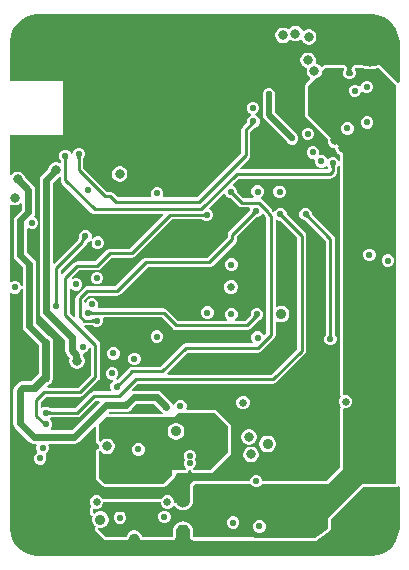
<source format=gbr>
%TF.GenerationSoftware,Altium Limited,Altium Designer,23.9.2 (47)*%
G04 Layer_Physical_Order=4*
G04 Layer_Color=6736896*
%FSLAX45Y45*%
%MOMM*%
%TF.SameCoordinates,C6D65D71-24B2-464F-8DE7-77A712877E08*%
%TF.FilePolarity,Positive*%
%TF.FileFunction,Copper,L4,Inr,Signal*%
%TF.Part,Single*%
G01*
G75*
%TA.AperFunction,Conductor*%
%ADD42C,0.62000*%
%ADD44C,0.50000*%
%ADD45C,0.45000*%
%ADD50C,0.70000*%
%ADD52C,0.25400*%
%ADD53C,0.60000*%
%TA.AperFunction,ComponentPad*%
%ADD56C,4.00000*%
%ADD57O,1.15800X2.31600*%
%ADD58O,1.20000X2.40000*%
%ADD59C,0.60000*%
%ADD60C,0.63000*%
%TA.AperFunction,ViaPad*%
%ADD61C,0.55000*%
%ADD62C,0.80000*%
%ADD63C,0.50000*%
%ADD64C,0.90000*%
%ADD65C,0.65000*%
%ADD66C,0.75000*%
G36*
X3195089Y4707739D02*
X3241314Y4688592D01*
X3282916Y4660795D01*
X3318295Y4625416D01*
X3346092Y4583814D01*
X3365239Y4537589D01*
X3375000Y4488517D01*
Y4463500D01*
Y4135557D01*
X3362300Y4130296D01*
X3216681Y4275916D01*
X3208279Y4281530D01*
X3198368Y4283501D01*
X3195192D01*
X3185282Y4281530D01*
X3183194Y4280665D01*
X3144650Y4272998D01*
X3105351D01*
X3066807Y4280665D01*
X3064719Y4281530D01*
X3054808Y4283501D01*
X2999142D01*
X2989231Y4281530D01*
X2980829Y4275916D01*
X2975215Y4267514D01*
X2975215Y4267513D01*
X2970356Y4255781D01*
X2970355Y4255781D01*
X2968384Y4245871D01*
X2970355Y4235960D01*
X2973507Y4231242D01*
X2978482Y4219231D01*
Y4208489D01*
X2974371Y4198564D01*
X2966776Y4190969D01*
X2956851Y4186858D01*
X2946109D01*
X2936184Y4190969D01*
X2928589Y4198564D01*
X2924478Y4208489D01*
Y4219231D01*
X2929453Y4231243D01*
X2932605Y4235960D01*
X2934576Y4245870D01*
X2932605Y4255781D01*
X2927745Y4267513D01*
X2927745Y4267514D01*
X2922131Y4275916D01*
X2913729Y4281530D01*
X2903818Y4283501D01*
X2748368D01*
X2738458Y4281530D01*
X2730056Y4275916D01*
X2721075Y4266935D01*
X2708483Y4268592D01*
X2706633Y4271797D01*
X2694457Y4283973D01*
X2679544Y4292583D01*
X2673267Y4294265D01*
X2662986Y4297496D01*
X2664875Y4308926D01*
X2666360Y4314470D01*
Y4331690D01*
X2661903Y4348324D01*
X2653293Y4363237D01*
X2641117Y4375413D01*
X2626204Y4384023D01*
X2609570Y4388480D01*
X2592350D01*
X2575716Y4384023D01*
X2560803Y4375413D01*
X2548627Y4363237D01*
X2540017Y4348324D01*
X2535560Y4331690D01*
Y4314470D01*
X2540017Y4297836D01*
X2548627Y4282923D01*
X2560803Y4270747D01*
X2575716Y4262137D01*
X2581993Y4260455D01*
X2592274Y4257224D01*
X2590385Y4245794D01*
X2588900Y4240250D01*
Y4223030D01*
X2593357Y4206396D01*
X2601967Y4191483D01*
X2614143Y4179307D01*
X2617348Y4177457D01*
X2619005Y4164865D01*
X2580056Y4125916D01*
X2574442Y4117514D01*
X2572471Y4107603D01*
Y3857604D01*
X2574442Y3847693D01*
X2580056Y3839291D01*
X2766700Y3652647D01*
Y3636290D01*
X2771157Y3619656D01*
X2779767Y3604743D01*
X2791943Y3592567D01*
X2806856Y3583957D01*
X2823490Y3579500D01*
X2832067D01*
Y3569679D01*
X2836524Y3553045D01*
X2845134Y3538132D01*
X2857310Y3525956D01*
X2872223Y3517346D01*
X2872471Y3517280D01*
Y3473371D01*
X2859771Y3470844D01*
X2854983Y3482403D01*
X2840102Y3497284D01*
X2820659Y3505337D01*
X2799614D01*
X2780171Y3497284D01*
X2773672Y3490784D01*
X2758691Y3493763D01*
X2757539Y3496543D01*
X2742658Y3511424D01*
X2723216Y3519478D01*
X2702171D01*
X2693134Y3529481D01*
X2694500Y3532778D01*
Y3553822D01*
X2686446Y3573265D01*
X2671565Y3588146D01*
X2652122Y3596200D01*
X2631078D01*
X2611635Y3588146D01*
X2596754Y3573265D01*
X2588700Y3553822D01*
Y3532778D01*
X2596754Y3513335D01*
X2611635Y3498454D01*
X2631078Y3490400D01*
X2652122D01*
X2661159Y3480397D01*
X2659793Y3477100D01*
Y3456055D01*
X2667847Y3436612D01*
X2682728Y3421732D01*
X2702171Y3413678D01*
X2723216D01*
X2742658Y3421732D01*
X2749158Y3428231D01*
X2764139Y3425252D01*
X2765291Y3422472D01*
X2770730Y3417033D01*
X2771003Y3416579D01*
X2771114Y3416338D01*
X2771132Y3416269D01*
X2771194Y3415945D01*
X2771290Y3414982D01*
Y3399587D01*
X2025858D01*
X2020997Y3411320D01*
X2100549Y3490871D01*
X2108969Y3503474D01*
X2111926Y3518340D01*
Y3717530D01*
X2146600Y3752203D01*
X2148175Y3753470D01*
X2148342D01*
X2167785Y3761523D01*
X2182666Y3776404D01*
X2190719Y3795847D01*
Y3816892D01*
X2182666Y3836335D01*
X2167785Y3851216D01*
X2154314Y3856795D01*
Y3870542D01*
X2163565Y3874374D01*
X2178446Y3889255D01*
X2186500Y3908698D01*
Y3929742D01*
X2178446Y3949185D01*
X2163565Y3964066D01*
X2144122Y3972120D01*
X2123078D01*
X2103635Y3964066D01*
X2088754Y3949185D01*
X2080700Y3929742D01*
Y3908698D01*
X2088754Y3889255D01*
X2103635Y3874374D01*
X2117105Y3868794D01*
Y3855048D01*
X2107854Y3851216D01*
X2092973Y3836335D01*
X2084920Y3816892D01*
Y3800397D01*
X2045611Y3761089D01*
X2037190Y3748486D01*
X2034233Y3733620D01*
Y3534431D01*
X1662849Y3163047D01*
X1379990D01*
X1371504Y3175747D01*
X1375240Y3184766D01*
Y3205811D01*
X1367186Y3225254D01*
X1352305Y3240135D01*
X1332862Y3248189D01*
X1311818D01*
X1292375Y3240135D01*
X1277494Y3225254D01*
X1269440Y3205811D01*
Y3184766D01*
X1273176Y3175747D01*
X1264690Y3163047D01*
X988911D01*
X952029Y3199929D01*
X939426Y3208349D01*
X924560Y3211307D01*
X900011D01*
X699247Y3412071D01*
Y3493544D01*
X699272Y3493742D01*
X699405Y3494432D01*
X699423Y3494500D01*
X699534Y3494742D01*
X699807Y3495196D01*
X705246Y3500635D01*
X713300Y3520078D01*
Y3541122D01*
X705246Y3560565D01*
X690365Y3575446D01*
X670922Y3583500D01*
X649878D01*
X630435Y3575446D01*
X615554Y3560565D01*
X607500Y3541122D01*
Y3536008D01*
X594800Y3533481D01*
X590946Y3542785D01*
X576065Y3557666D01*
X556622Y3565720D01*
X535578D01*
X516135Y3557666D01*
X501254Y3542785D01*
X493200Y3523342D01*
Y3502298D01*
X501254Y3482855D01*
X506693Y3477416D01*
X506966Y3476962D01*
X507077Y3476720D01*
X507095Y3476652D01*
X507157Y3476328D01*
X507253Y3475364D01*
Y3462174D01*
X496255Y3455824D01*
X493243Y3457563D01*
X476610Y3462020D01*
X459390D01*
X442756Y3457563D01*
X427843Y3448953D01*
X415667Y3436776D01*
X407057Y3421863D01*
X402768Y3405858D01*
X346139Y3349229D01*
X333894Y3330904D01*
X329594Y3309288D01*
X329595Y3309286D01*
Y2192021D01*
X329594Y2192020D01*
X333894Y2170404D01*
X346139Y2152079D01*
X542955Y1955263D01*
Y1869442D01*
X542954Y1869440D01*
X547254Y1847824D01*
X559499Y1829499D01*
X582308Y1806690D01*
Y1804336D01*
X581677Y1803244D01*
X577220Y1786610D01*
Y1769390D01*
X581677Y1752756D01*
X590287Y1737843D01*
X602463Y1725667D01*
X617376Y1717057D01*
X634010Y1712600D01*
X651230D01*
X667864Y1717057D01*
X682777Y1725667D01*
X694953Y1737843D01*
X703563Y1752756D01*
X708020Y1769390D01*
Y1786610D01*
X703563Y1803244D01*
X695279Y1817593D01*
Y1830086D01*
X695279Y1830087D01*
X694954Y1831719D01*
X703011Y1841537D01*
X703014D01*
X722457Y1849590D01*
X737337Y1864471D01*
X745391Y1883914D01*
Y1885120D01*
X758091Y1891908D01*
X761253Y1889795D01*
Y1659471D01*
X654469Y1552687D01*
X398094D01*
X393234Y1564420D01*
X407446Y1578632D01*
X416630Y1582436D01*
X434324Y1600130D01*
X443900Y1623248D01*
Y1648272D01*
X442583Y1651451D01*
Y1933554D01*
X437895Y1957121D01*
X424546Y1977100D01*
X407164Y1988715D01*
X298805Y2097074D01*
Y2595880D01*
X294428Y2617886D01*
X281962Y2636542D01*
X222605Y2695899D01*
Y2895990D01*
X235305Y2900911D01*
X252994Y2893584D01*
X274039D01*
X293482Y2901638D01*
X308362Y2916518D01*
X316416Y2935961D01*
Y2957006D01*
X308362Y2976449D01*
X293482Y2991330D01*
X286008Y2994426D01*
X282321Y3006579D01*
X286808Y3013294D01*
X291185Y3035300D01*
Y3223260D01*
X286808Y3245266D01*
X274342Y3263922D01*
X204963Y3333301D01*
X203183Y3339944D01*
X194573Y3354857D01*
X182397Y3367033D01*
X167484Y3375643D01*
X150850Y3380100D01*
X133630D01*
X116996Y3375643D01*
X102083Y3367033D01*
X89907Y3354857D01*
X87700Y3351035D01*
X75000Y3354438D01*
Y3690000D01*
X527500D01*
Y4145000D01*
X75000D01*
Y4463500D01*
X75000Y4488517D01*
X84761Y4537589D01*
X103907Y4583814D01*
X131704Y4625416D01*
X167083Y4660795D01*
X208685Y4688592D01*
X254910Y4707739D01*
X303983Y4717500D01*
X329000Y4717500D01*
X3121000Y4717500D01*
X3146017D01*
X3195089Y4707739D01*
D02*
G37*
G36*
X3348368Y4107604D02*
Y736600D01*
X3055620D01*
X2767336Y448315D01*
Y358029D01*
X2657691Y279482D01*
X1628137Y282942D01*
Y332500D01*
X1625202Y354794D01*
X1616597Y375569D01*
X1602908Y393408D01*
X1585069Y407097D01*
X1564294Y415702D01*
X1542000Y418637D01*
X1519706Y415702D01*
X1498932Y407097D01*
X1481092Y393408D01*
X1467404Y375569D01*
X1458798Y354794D01*
X1455863Y332500D01*
Y292516D01*
X1446868Y283551D01*
X1199807Y284381D01*
X1195902Y298953D01*
X1186634Y315007D01*
X1173527Y328114D01*
X1157473Y337382D01*
X1139568Y342180D01*
X1121032D01*
X1103127Y337382D01*
X1087073Y328114D01*
X1073966Y315007D01*
X1064698Y298953D01*
X1060918Y284848D01*
X888051Y285429D01*
X819675Y353804D01*
X826249Y365191D01*
X833525Y363241D01*
X852062D01*
X869967Y368039D01*
X886020Y377307D01*
X899127Y390415D01*
X908396Y406468D01*
X913193Y424373D01*
Y442910D01*
X908396Y460815D01*
X899127Y476868D01*
X886020Y489975D01*
X869967Y499244D01*
X852062Y504041D01*
X833525D01*
X815620Y499244D01*
X799567Y489975D01*
X795020Y485428D01*
X782320Y490689D01*
Y520948D01*
X792880Y528004D01*
X798682Y525600D01*
X821318D01*
X842231Y534263D01*
X858238Y550269D01*
X866900Y571182D01*
Y581660D01*
X1353100D01*
Y571182D01*
X1361763Y550269D01*
X1377769Y534263D01*
X1398682Y525600D01*
X1421318D01*
X1442231Y534263D01*
X1458238Y550269D01*
X1458326Y550482D01*
X1472318Y551076D01*
X1482590Y537690D01*
X1499991Y524338D01*
X1520255Y515944D01*
X1542000Y513082D01*
X1563746Y515944D01*
X1584010Y524338D01*
X1601411Y537690D01*
X1614763Y555091D01*
X1623156Y575355D01*
X1626019Y597100D01*
Y712900D01*
X1625235Y718855D01*
X1640840Y735599D01*
X2114165D01*
X2116694Y729495D01*
X2131575Y714614D01*
X2151018Y706560D01*
X2172062D01*
X2191505Y714614D01*
X2206386Y729495D01*
X2208915Y735599D01*
X2767336D01*
X2898368Y866632D01*
Y1369570D01*
X2906992Y1375333D01*
X2930026D01*
X2951307Y1384147D01*
X2967594Y1400435D01*
X2976409Y1421715D01*
Y1444750D01*
X2967594Y1466030D01*
X2951307Y1482318D01*
X2930026Y1491133D01*
X2906992D01*
X2898368Y1496895D01*
Y3557604D01*
X2598368Y3857604D01*
Y4107603D01*
X2657005Y4166240D01*
X2662910D01*
X2679544Y4170697D01*
X2694457Y4179307D01*
X2706633Y4191483D01*
X2715243Y4206396D01*
X2719700Y4223030D01*
Y4228935D01*
X2748368Y4257604D01*
X2903818D01*
X2908679Y4245870D01*
X2906634Y4243825D01*
X2898580Y4224382D01*
Y4203338D01*
X2906634Y4183895D01*
X2921515Y4169014D01*
X2940958Y4160960D01*
X2962002D01*
X2981445Y4169014D01*
X2996326Y4183895D01*
X3004380Y4203338D01*
Y4224382D01*
X2996326Y4243825D01*
X2994281Y4245870D01*
X2999142Y4257604D01*
X3054808D01*
X3059254Y4255762D01*
X3102801Y4247100D01*
X3147200D01*
X3190747Y4255762D01*
X3195192Y4257604D01*
X3198368D01*
X3348368Y4107604D01*
D02*
G37*
G36*
X2143214Y3779404D02*
X2141591Y3778995D01*
X2139916Y3778406D01*
X2138190Y3777638D01*
X2136412Y3776691D01*
X2134582Y3775565D01*
X2132702Y3774259D01*
X2128785Y3771110D01*
X2126750Y3769266D01*
X2124663Y3767243D01*
X2102379Y3780879D01*
X2104368Y3782978D01*
X2106106Y3785045D01*
X2107592Y3787081D01*
X2108828Y3789084D01*
X2109812Y3791055D01*
X2110546Y3792995D01*
X2111028Y3794904D01*
X2111259Y3796780D01*
X2111238Y3798624D01*
X2110967Y3800437D01*
X2143214Y3779404D01*
D02*
G37*
G36*
X678406Y3509593D02*
X677292Y3508056D01*
X676310Y3506352D01*
X675458Y3504479D01*
X674738Y3502438D01*
X674148Y3500228D01*
X673690Y3497851D01*
X673362Y3495305D01*
X673166Y3492591D01*
X673100Y3489708D01*
X647700D01*
X647634Y3492591D01*
X647110Y3497851D01*
X646652Y3500228D01*
X646062Y3502438D01*
X645342Y3504479D01*
X644490Y3506352D01*
X643508Y3508056D01*
X642394Y3509593D01*
X641150Y3510961D01*
X679650D01*
X678406Y3509593D01*
D02*
G37*
G36*
X564106Y3491813D02*
X562992Y3490276D01*
X562010Y3488572D01*
X561158Y3486699D01*
X560438Y3484658D01*
X559848Y3482448D01*
X559390Y3480071D01*
X559062Y3477525D01*
X558866Y3474811D01*
X558800Y3471928D01*
X533400D01*
X533334Y3474811D01*
X532810Y3480071D01*
X532352Y3482448D01*
X531762Y3484658D01*
X531042Y3486699D01*
X530190Y3488572D01*
X529208Y3490276D01*
X528094Y3491813D01*
X526850Y3493181D01*
X565350D01*
X564106Y3491813D01*
D02*
G37*
G36*
X2828142Y3431430D02*
X2827029Y3429894D01*
X2826046Y3428189D01*
X2825195Y3426316D01*
X2824474Y3424275D01*
X2823885Y3422066D01*
X2823426Y3419688D01*
X2823099Y3417142D01*
X2822902Y3414428D01*
X2822837Y3411546D01*
X2797437D01*
X2797371Y3414428D01*
X2796847Y3419688D01*
X2796389Y3422066D01*
X2795799Y3424275D01*
X2795079Y3426316D01*
X2794227Y3428189D01*
X2793245Y3429894D01*
X2792131Y3431430D01*
X2790887Y3432799D01*
X2829387D01*
X2828142Y3431430D01*
D02*
G37*
G36*
X1975766Y3205898D02*
X1976065Y3204024D01*
X1976576Y3202124D01*
X1977298Y3200197D01*
X1978232Y3198245D01*
X1979377Y3196265D01*
X1980734Y3194260D01*
X1982303Y3192228D01*
X1984083Y3190170D01*
X1986075Y3188086D01*
X1968114Y3170125D01*
X1966030Y3172117D01*
X1961940Y3175466D01*
X1959935Y3176823D01*
X1957955Y3177968D01*
X1956003Y3178902D01*
X1954076Y3179624D01*
X1952176Y3180135D01*
X1950302Y3180434D01*
X1948455Y3180521D01*
X1975679Y3207745D01*
X1975766Y3205898D01*
D02*
G37*
G36*
X176175Y3106105D02*
Y3059119D01*
X124438Y3007382D01*
X111972Y2988726D01*
X107595Y2966720D01*
Y2672080D01*
X111972Y2650074D01*
X124438Y2631418D01*
X183795Y2572061D01*
Y2416209D01*
X171095Y2413682D01*
X164226Y2430265D01*
X149345Y2445146D01*
X129902Y2453200D01*
X108858D01*
X89415Y2445146D01*
X86734Y2442465D01*
X75000Y2447326D01*
Y3095200D01*
X87700Y3102533D01*
X94136Y3098817D01*
X110770Y3094360D01*
X127990D01*
X144624Y3098817D01*
X159537Y3107427D01*
X163475Y3111366D01*
X176175Y3106105D01*
D02*
G37*
G36*
X2160545Y3019346D02*
X2158697Y3019258D01*
X2156824Y3018959D01*
X2154924Y3018449D01*
X2152997Y3017726D01*
X2151044Y3016793D01*
X2149065Y3015647D01*
X2147060Y3014290D01*
X2145028Y3012721D01*
X2142970Y3010941D01*
X2140885Y3008949D01*
X2122925Y3026910D01*
X2124917Y3028994D01*
X2128265Y3033084D01*
X2129623Y3035090D01*
X2130768Y3037069D01*
X2131702Y3039022D01*
X2132424Y3040948D01*
X2132935Y3042848D01*
X2133234Y3044722D01*
X2133321Y3046569D01*
X2160545Y3019346D01*
D02*
G37*
G36*
X2394866Y3015398D02*
X2395165Y3013524D01*
X2395676Y3011624D01*
X2396398Y3009697D01*
X2397332Y3007745D01*
X2398477Y3005765D01*
X2399834Y3003760D01*
X2401403Y3001728D01*
X2403183Y2999670D01*
X2405175Y2997586D01*
X2387214Y2979625D01*
X2385130Y2981617D01*
X2381040Y2984966D01*
X2379035Y2986323D01*
X2377055Y2987468D01*
X2375103Y2988402D01*
X2373176Y2989124D01*
X2371276Y2989635D01*
X2369402Y2989934D01*
X2367555Y2990021D01*
X2394779Y3017245D01*
X2394866Y3015398D01*
D02*
G37*
G36*
X1898151Y3190566D02*
X1903334Y3178055D01*
X1918215Y3163174D01*
X1937658Y3155120D01*
X1945351D01*
X1945858Y3154994D01*
X1946113Y3154900D01*
X1946175Y3154864D01*
X1946446Y3154680D01*
X1947197Y3154066D01*
X2010287Y3090976D01*
X2022890Y3082555D01*
X2037756Y3079598D01*
X2103382D01*
X2111868Y3066898D01*
X2107920Y3057367D01*
Y3049673D01*
X2107794Y3049166D01*
X2107700Y3048911D01*
X2107664Y3048849D01*
X2107480Y3048578D01*
X2106865Y3047827D01*
X1932759Y2873721D01*
X1924339Y2861118D01*
X1921381Y2846252D01*
Y2822139D01*
X1749209Y2649967D01*
X1226820D01*
X1211954Y2647009D01*
X1199351Y2638589D01*
X969429Y2408667D01*
X730188D01*
X715322Y2405709D01*
X702719Y2397289D01*
X640991Y2335561D01*
X632570Y2322958D01*
X629613Y2308092D01*
Y2158544D01*
X626542Y2156050D01*
X617582Y2152615D01*
X584947Y2185251D01*
Y2385321D01*
X597647Y2390582D01*
X607575Y2380654D01*
X627018Y2372600D01*
X648062D01*
X667505Y2380654D01*
X682386Y2395535D01*
X690440Y2414978D01*
Y2436023D01*
X682386Y2455465D01*
X667505Y2470346D01*
X648062Y2478400D01*
X627018D01*
X607575Y2470346D01*
X598918Y2479461D01*
X663791Y2544333D01*
X815340D01*
X830206Y2547291D01*
X842809Y2555711D01*
X938111Y2651013D01*
X1109785D01*
X1124651Y2653971D01*
X1137254Y2662391D01*
X1450996Y2976133D01*
X1706475D01*
X1712475Y2970134D01*
X1731918Y2962080D01*
X1752962D01*
X1772405Y2970134D01*
X1787286Y2985015D01*
X1795340Y3004458D01*
Y3025502D01*
X1787286Y3044945D01*
X1772405Y3059826D01*
X1766734Y3062175D01*
X1764256Y3074632D01*
X1883547Y3193922D01*
X1898151Y3190566D01*
D02*
G37*
G36*
X716529Y2804297D02*
X715690Y2804128D01*
X714699Y2803736D01*
X713556Y2803122D01*
X712261Y2802285D01*
X710814Y2801226D01*
X707464Y2798440D01*
X703505Y2794764D01*
X701298Y2792592D01*
X680318Y2807532D01*
X682198Y2809480D01*
X685251Y2813079D01*
X686424Y2814731D01*
X687362Y2816283D01*
X688065Y2817737D01*
X688533Y2819092D01*
X688765Y2820348D01*
X688762Y2821505D01*
X688523Y2822564D01*
X716529Y2804297D01*
D02*
G37*
G36*
X507253Y3331065D02*
Y3307080D01*
X510211Y3292214D01*
X518631Y3279611D01*
X765331Y3032911D01*
X777934Y3024491D01*
X792800Y3021533D01*
X1369928D01*
X1374788Y3009800D01*
X1093694Y2728707D01*
X922020D01*
X907154Y2725749D01*
X894551Y2717329D01*
X799249Y2622027D01*
X647700D01*
X632834Y2619069D01*
X620231Y2610649D01*
X521447Y2511864D01*
X510340Y2515345D01*
X508747Y2516555D01*
Y2547097D01*
X716767Y2755117D01*
X725188Y2767720D01*
X727612Y2779910D01*
X744420Y2786872D01*
X759300Y2801753D01*
X770454Y2796710D01*
X767520Y2788843D01*
X767520Y2785043D01*
Y2767798D01*
X775574Y2748355D01*
X790455Y2733474D01*
X809898Y2725421D01*
X830942D01*
X850385Y2733474D01*
X865266Y2748355D01*
X873320Y2767798D01*
Y2788843D01*
X865266Y2808286D01*
X850385Y2823167D01*
X830942Y2831220D01*
X809898D01*
X790455Y2823167D01*
X775574Y2808286D01*
X764421Y2813329D01*
X767355Y2821196D01*
X767354Y2824996D01*
Y2842241D01*
X759301Y2861684D01*
X744420Y2876565D01*
X724977Y2884618D01*
X703932D01*
X684489Y2876565D01*
X669608Y2861684D01*
X661555Y2842241D01*
Y2825610D01*
X660008Y2823294D01*
X659223Y2822555D01*
X658625Y2821225D01*
X653409Y2813418D01*
X650483Y2798708D01*
X454299Y2602524D01*
X442565Y2607384D01*
Y3285891D01*
X492025Y3335350D01*
X493243Y3335677D01*
X496255Y3337415D01*
X507253Y3331065D01*
D02*
G37*
G36*
X482666Y2280829D02*
X483190Y2275569D01*
X483648Y2273192D01*
X484238Y2270982D01*
X484958Y2268941D01*
X485810Y2267068D01*
X486792Y2265364D01*
X487906Y2263827D01*
X489150Y2262459D01*
X450650D01*
X451894Y2263827D01*
X453008Y2265364D01*
X453990Y2267068D01*
X454842Y2268941D01*
X455562Y2270982D01*
X456152Y2273192D01*
X456610Y2275569D01*
X456938Y2278115D01*
X457134Y2280829D01*
X457200Y2283712D01*
X482600D01*
X482666Y2280829D01*
D02*
G37*
G36*
X755067Y2202406D02*
X756604Y2201292D01*
X758308Y2200310D01*
X760181Y2199458D01*
X762222Y2198738D01*
X764432Y2198148D01*
X766809Y2197690D01*
X769355Y2197362D01*
X772069Y2197166D01*
X774952Y2197100D01*
Y2171700D01*
X772069Y2171634D01*
X766809Y2171110D01*
X764432Y2170652D01*
X762222Y2170062D01*
X760181Y2169342D01*
X758308Y2168490D01*
X756604Y2167508D01*
X755067Y2166394D01*
X753699Y2165150D01*
Y2203650D01*
X755067Y2202406D01*
D02*
G37*
G36*
X2172014Y2144734D02*
X2170391Y2144325D01*
X2168716Y2143737D01*
X2166990Y2142969D01*
X2165212Y2142022D01*
X2163383Y2140895D01*
X2161502Y2139589D01*
X2157586Y2136440D01*
X2155550Y2134596D01*
X2153464Y2132573D01*
X2131179Y2146210D01*
X2133168Y2148309D01*
X2134906Y2150376D01*
X2136393Y2152411D01*
X2137629Y2154414D01*
X2138613Y2156386D01*
X2139346Y2158326D01*
X2139828Y2160234D01*
X2140059Y2162110D01*
X2140039Y2163955D01*
X2139768Y2165767D01*
X2172014Y2144734D01*
D02*
G37*
G36*
X2356758Y2964620D02*
X2364451D01*
X2364958Y2964494D01*
X2365213Y2964400D01*
X2365275Y2964364D01*
X2365546Y2964180D01*
X2366297Y2963566D01*
X2506754Y2823109D01*
Y1880971D01*
X2287689Y1661907D01*
X1410937D01*
X1406077Y1673640D01*
X1581091Y1848653D01*
X2178886D01*
X2193752Y1851610D01*
X2206355Y1860031D01*
X2314748Y1968425D01*
X2323169Y1981028D01*
X2326126Y1995893D01*
Y2103714D01*
X2338826Y2111047D01*
X2343207Y2108518D01*
X2361112Y2103720D01*
X2379649D01*
X2397553Y2108518D01*
X2413607Y2117786D01*
X2426714Y2130893D01*
X2435982Y2146947D01*
X2440780Y2164852D01*
Y2183389D01*
X2435982Y2201294D01*
X2426714Y2217347D01*
X2413607Y2230454D01*
X2397553Y2239722D01*
X2379649Y2244520D01*
X2361112D01*
X2343207Y2239722D01*
X2338826Y2237194D01*
X2326126Y2244526D01*
Y2967268D01*
X2338826Y2972047D01*
X2356758Y2964620D01*
D02*
G37*
G36*
X791949Y2099550D02*
X790581Y2100794D01*
X789044Y2101908D01*
X787340Y2102890D01*
X785467Y2103742D01*
X783425Y2104462D01*
X781216Y2105052D01*
X778838Y2105510D01*
X776293Y2105838D01*
X773578Y2106034D01*
X770696Y2106100D01*
Y2131500D01*
X773578Y2131565D01*
X778838Y2132089D01*
X781216Y2132548D01*
X783425Y2133137D01*
X785467Y2133858D01*
X787340Y2134709D01*
X789044Y2135692D01*
X790581Y2136805D01*
X791949Y2138050D01*
Y2099550D01*
D02*
G37*
G36*
X2222457Y3023043D02*
X2223507Y3017766D01*
X2231927Y3005163D01*
X2248433Y2988657D01*
Y2011984D01*
X2234035Y1997585D01*
X2221578Y2000063D01*
X2219229Y2005734D01*
X2204348Y2020615D01*
X2184905Y2028669D01*
X2163861D01*
X2144418Y2020615D01*
X2129537Y2005734D01*
X2121483Y1986291D01*
Y1965247D01*
X2129537Y1945804D01*
X2136294Y1939046D01*
X2131033Y1926346D01*
X1565000D01*
X1550134Y1923389D01*
X1537531Y1914968D01*
X1350509Y1727947D01*
X1109980D01*
X1095114Y1724989D01*
X1082511Y1716569D01*
X982081Y1616138D01*
X979020Y1616555D01*
X975661Y1629830D01*
X987186Y1641355D01*
X995240Y1660798D01*
Y1681842D01*
X987186Y1701285D01*
X972305Y1716166D01*
X952862Y1724220D01*
X931818D01*
X912375Y1716166D01*
X897494Y1701285D01*
X889440Y1681842D01*
Y1660798D01*
X897494Y1641355D01*
X912375Y1626474D01*
X931818Y1618420D01*
X952862D01*
X955981Y1606687D01*
X950475Y1604406D01*
X935594Y1589525D01*
X927540Y1570082D01*
Y1549038D01*
X934445Y1532367D01*
X928928Y1519667D01*
X787400D01*
X772534Y1516709D01*
X759931Y1508289D01*
X629069Y1377427D01*
X418056D01*
X417858Y1377452D01*
X417168Y1377585D01*
X417100Y1377603D01*
X416858Y1377714D01*
X416404Y1377987D01*
X410965Y1383426D01*
X391522Y1391480D01*
X370478D01*
X351035Y1383426D01*
X350740Y1383131D01*
X339006Y1387992D01*
Y1429609D01*
X384391Y1474993D01*
X670560D01*
X685426Y1477951D01*
X698029Y1486371D01*
X827569Y1615911D01*
X835989Y1628514D01*
X838947Y1643380D01*
Y1915160D01*
X835989Y1930026D01*
X827569Y1942629D01*
X702275Y2067922D01*
X705710Y2076882D01*
X708205Y2079953D01*
X774532D01*
X774730Y2079928D01*
X775420Y2079795D01*
X775488Y2079777D01*
X775729Y2079666D01*
X776183Y2079393D01*
X781622Y2073954D01*
X801065Y2065900D01*
X822110D01*
X841553Y2073954D01*
X856434Y2088835D01*
X864487Y2108277D01*
Y2129322D01*
X862138Y2134994D01*
X869194Y2145553D01*
X1361076D01*
X1456378Y2050251D01*
X1468981Y2041831D01*
X1483847Y2038873D01*
X2080650D01*
X2095516Y2041831D01*
X2108118Y2050251D01*
X2175400Y2117533D01*
X2176976Y2118800D01*
X2177142D01*
X2196585Y2126854D01*
X2211466Y2141735D01*
X2219520Y2161178D01*
Y2182222D01*
X2211466Y2201665D01*
X2196585Y2216546D01*
X2177142Y2224600D01*
X2156098D01*
X2136655Y2216546D01*
X2121774Y2201665D01*
X2113720Y2182222D01*
Y2165727D01*
X2064559Y2116567D01*
X1986992D01*
X1986135Y2117964D01*
X1983098Y2129267D01*
X1995566Y2141735D01*
X2003620Y2161178D01*
Y2182222D01*
X1995566Y2201665D01*
X1980685Y2216546D01*
X1961242Y2224600D01*
X1940198D01*
X1920755Y2216546D01*
X1905874Y2201665D01*
X1897820Y2182222D01*
Y2161178D01*
X1905874Y2141735D01*
X1918342Y2129267D01*
X1915305Y2117964D01*
X1914448Y2116567D01*
X1499938D01*
X1404635Y2211869D01*
X1392033Y2220289D01*
X1377167Y2223247D01*
X828406D01*
X819919Y2235947D01*
X823809Y2245336D01*
Y2266381D01*
X815755Y2285824D01*
X800874Y2300705D01*
X781431Y2308758D01*
X760386D01*
X740943Y2300705D01*
X726063Y2285824D01*
X720006Y2271203D01*
X707306Y2273730D01*
Y2292002D01*
X746278Y2330973D01*
X985520D01*
X1000386Y2333931D01*
X1012989Y2342351D01*
X1242911Y2572273D01*
X1765300D01*
X1780166Y2575231D01*
X1792769Y2583651D01*
X1987697Y2778579D01*
X1996117Y2791182D01*
X1999074Y2806048D01*
Y2830162D01*
X2162086Y2993173D01*
X2162244Y2993295D01*
X2162825Y2993688D01*
X2162886Y2993724D01*
X2163142Y2993819D01*
X2163649Y2993944D01*
X2171342D01*
X2190785Y3001998D01*
X2205666Y3016879D01*
X2208015Y3022550D01*
X2220472Y3025028D01*
X2222457Y3023043D01*
D02*
G37*
G36*
X1018335Y1579494D02*
X1016343Y1577410D01*
X1012994Y1573320D01*
X1011637Y1571315D01*
X1010492Y1569335D01*
X1009558Y1567383D01*
X1008836Y1565456D01*
X1008325Y1563556D01*
X1008026Y1561682D01*
X1007939Y1559835D01*
X980715Y1587059D01*
X982562Y1587146D01*
X984436Y1587445D01*
X986336Y1587956D01*
X988263Y1588678D01*
X990215Y1589612D01*
X992195Y1590757D01*
X994200Y1592114D01*
X996232Y1593683D01*
X998290Y1595463D01*
X1000374Y1597455D01*
X1018335Y1579494D01*
D02*
G37*
G36*
X1348350Y1359619D02*
X1348731Y1358698D01*
X1365018Y1342411D01*
X1373065Y1339078D01*
X1370539Y1326378D01*
X920978D01*
X914758Y1339078D01*
X919025Y1344575D01*
X1049249D01*
X1050203Y1344180D01*
X1073237D01*
X1094518Y1352995D01*
X1110805Y1369282D01*
X1114071Y1377166D01*
X1147520Y1410615D01*
X1297353D01*
X1348350Y1359619D01*
D02*
G37*
G36*
X402007Y1356586D02*
X403544Y1355472D01*
X405248Y1354490D01*
X407121Y1353638D01*
X409162Y1352918D01*
X411372Y1352328D01*
X413749Y1351870D01*
X416295Y1351542D01*
X419009Y1351346D01*
X421892Y1351280D01*
Y1325880D01*
X419009Y1325814D01*
X413749Y1325290D01*
X411372Y1324832D01*
X409162Y1324242D01*
X407121Y1323522D01*
X405248Y1322670D01*
X403544Y1321688D01*
X402007Y1320574D01*
X400639Y1319330D01*
Y1357830D01*
X402007Y1356586D01*
D02*
G37*
G36*
X360149Y1272972D02*
X362216Y1271234D01*
X364251Y1269747D01*
X366254Y1268511D01*
X368226Y1267527D01*
X370166Y1266794D01*
X372074Y1266312D01*
X373950Y1266081D01*
X375795Y1266101D01*
X377607Y1266372D01*
X356574Y1234126D01*
X356165Y1235749D01*
X355577Y1237424D01*
X354809Y1239150D01*
X353862Y1240928D01*
X352735Y1242757D01*
X351429Y1244638D01*
X348280Y1248554D01*
X346436Y1250590D01*
X344413Y1252676D01*
X358050Y1274961D01*
X360149Y1272972D01*
D02*
G37*
G36*
X838376Y1430240D02*
X598481Y1190345D01*
X427137D01*
X421876Y1203045D01*
X428386Y1209555D01*
X436440Y1228998D01*
Y1250042D01*
X428386Y1269485D01*
X415848Y1282023D01*
X415025Y1283998D01*
X414681Y1288597D01*
X424090Y1299733D01*
X645160D01*
X660026Y1302691D01*
X672629Y1311111D01*
X803491Y1441973D01*
X833516D01*
X838376Y1430240D01*
D02*
G37*
G36*
X1925320Y1226820D02*
Y1003300D01*
X1775460Y853440D01*
X1694180D01*
X1632159Y854093D01*
X1629697Y866819D01*
X1630165Y867014D01*
X1645046Y881895D01*
X1653100Y901338D01*
Y922382D01*
X1645046Y941825D01*
X1644532Y942340D01*
X1645046Y942855D01*
X1653100Y962298D01*
Y983342D01*
X1645046Y1002785D01*
X1630165Y1017666D01*
X1610722Y1025720D01*
X1589678D01*
X1570235Y1017666D01*
X1555354Y1002785D01*
X1547300Y983342D01*
Y962298D01*
X1555354Y942855D01*
X1555868Y942340D01*
X1555354Y941825D01*
X1547300Y922382D01*
Y901338D01*
X1555354Y881895D01*
X1569798Y867450D01*
X1569685Y865179D01*
X1566575Y854783D01*
X1452880Y855980D01*
Y812800D01*
X1379220Y739140D01*
X878840D01*
X833120Y784860D01*
Y1012316D01*
X845820Y1015719D01*
X846786Y1014046D01*
X858962Y1001870D01*
X873875Y993260D01*
X890509Y988803D01*
X907729D01*
X924362Y993260D01*
X939275Y1001870D01*
X951451Y1014046D01*
X960062Y1028960D01*
X964519Y1045593D01*
Y1062813D01*
X960062Y1079447D01*
X951451Y1094360D01*
X939275Y1106536D01*
X924362Y1115146D01*
X907729Y1119603D01*
X890509D01*
X873875Y1115146D01*
X858962Y1106536D01*
X846786Y1094360D01*
X845820Y1092687D01*
X833120Y1096090D01*
Y1239520D01*
X894080Y1300480D01*
X1465580D01*
X1503680Y1338580D01*
X1813560D01*
X1925320Y1226820D01*
D02*
G37*
G36*
X2872471Y3431504D02*
Y1496895D01*
X2872968Y1494393D01*
Y1491843D01*
X2873944Y1489486D01*
X2874442Y1486984D01*
X2875859Y1484863D01*
X2876835Y1482507D01*
X2878639Y1480703D01*
X2880056Y1478583D01*
X2880228Y1476834D01*
X2869424Y1466030D01*
X2860609Y1444750D01*
Y1421715D01*
X2869424Y1400435D01*
X2873518Y1396341D01*
X2876835Y1383958D01*
X2875859Y1381602D01*
X2874442Y1379481D01*
X2873944Y1376979D01*
X2872968Y1374623D01*
Y1372072D01*
X2872471Y1369570D01*
Y877359D01*
X2756608Y761497D01*
X2214440D01*
Y769982D01*
X2206386Y789425D01*
X2191505Y804306D01*
X2172062Y812360D01*
X2151018D01*
X2131575Y804306D01*
X2116694Y789425D01*
X2108640Y769982D01*
Y761497D01*
X1640840D01*
X1640386Y761406D01*
X1639929Y761481D01*
X1635446Y760424D01*
X1630929Y759526D01*
X1630544Y759268D01*
X1630094Y759162D01*
X1626356Y756470D01*
X1622528Y753912D01*
X1622271Y753527D01*
X1621895Y753256D01*
X1606290Y736512D01*
X1605631Y735447D01*
X1604689Y734621D01*
X1602993Y731182D01*
X1600975Y727918D01*
X1600774Y726681D01*
X1600220Y725558D01*
X1599969Y721731D01*
X1599353Y717944D01*
X1599641Y716725D01*
X1599559Y715475D01*
X1600122Y711202D01*
Y598798D01*
X1597925Y582116D01*
X1592141Y568152D01*
X1582940Y556160D01*
X1570949Y546959D01*
X1556986Y541175D01*
X1542000Y539203D01*
X1527015Y541175D01*
X1513052Y546959D01*
X1501060Y556160D01*
X1492864Y566842D01*
X1491169Y568329D01*
X1489837Y570150D01*
X1487406Y571629D01*
X1485267Y573504D01*
X1483132Y574229D01*
X1481204Y575402D01*
X1478393Y575838D01*
X1475699Y576752D01*
X1466900Y586459D01*
Y593818D01*
X1458238Y614731D01*
X1442231Y630738D01*
X1421318Y639400D01*
X1398682D01*
X1377769Y630738D01*
X1361763Y614731D01*
X1358358Y606512D01*
X1353100Y607558D01*
X866900D01*
X861642Y606512D01*
X858238Y614731D01*
X842231Y630738D01*
X821318Y639400D01*
X798682D01*
X777769Y630738D01*
X761763Y614731D01*
X753101Y593818D01*
Y571182D01*
X761763Y550269D01*
X764008Y539260D01*
X762591Y537140D01*
X760787Y535336D01*
X759811Y532980D01*
X758394Y530859D01*
X757896Y528357D01*
X756920Y526000D01*
Y523450D01*
X756422Y520948D01*
Y490689D01*
X758394Y480778D01*
X764007Y472377D01*
X772409Y466763D01*
X775624Y465431D01*
X777191Y460814D01*
X772394Y442910D01*
Y424373D01*
X777191Y406468D01*
X786460Y390415D01*
X799567Y377307D01*
X801626Y376119D01*
X797667Y367480D01*
X797247Y366753D01*
X797000Y366024D01*
X796362Y364633D01*
X795749Y363715D01*
X795088Y360392D01*
X793999Y357184D01*
X794111Y355480D01*
X793778Y353804D01*
X794439Y350482D01*
X794660Y347101D01*
X795416Y345569D01*
X795749Y343894D01*
X797631Y341078D01*
X799129Y338039D01*
X800414Y336912D01*
X801363Y335492D01*
X869738Y267117D01*
X873925Y264319D01*
X878060Y261536D01*
X878103Y261528D01*
X878140Y261503D01*
X883081Y260520D01*
X887963Y259532D01*
X1060831Y258951D01*
X1062550Y259287D01*
X1064298Y259172D01*
X1067465Y260247D01*
X1070748Y260888D01*
X1072208Y261857D01*
X1073867Y262420D01*
X1076382Y264626D01*
X1079169Y266474D01*
X1080147Y267927D01*
X1081464Y269083D01*
X1082944Y272084D01*
X1084811Y274857D01*
X1085158Y276574D01*
X1085933Y278145D01*
X1088830Y288957D01*
X1094689Y299105D01*
X1102975Y307391D01*
X1113123Y313250D01*
X1124441Y316282D01*
X1136159D01*
X1147477Y313250D01*
X1157625Y307391D01*
X1165911Y299105D01*
X1171770Y288957D01*
X1174792Y277679D01*
X1175528Y276185D01*
X1175848Y274551D01*
X1177743Y271694D01*
X1179261Y268616D01*
X1180513Y267518D01*
X1181433Y266131D01*
X1184278Y264216D01*
X1186858Y261954D01*
X1188435Y261418D01*
X1189816Y260489D01*
X1193177Y259808D01*
X1196426Y258705D01*
X1198089Y258814D01*
X1199720Y258484D01*
X1446781Y257654D01*
X1446803Y257658D01*
X1446825Y257654D01*
X1451758Y258626D01*
X1456698Y259592D01*
X1456717Y259604D01*
X1456739Y259608D01*
X1460912Y262387D01*
X1465119Y265177D01*
X1465131Y265196D01*
X1465150Y265208D01*
X1474145Y274173D01*
X1474157Y274191D01*
X1474176Y274204D01*
X1476990Y278416D01*
X1479773Y282565D01*
X1479777Y282587D01*
X1479790Y282606D01*
X1480769Y287531D01*
X1481761Y292473D01*
X1481757Y292494D01*
X1481761Y292516D01*
Y330803D01*
X1484030Y348033D01*
X1490025Y362508D01*
X1499563Y374938D01*
X1511993Y384476D01*
X1526467Y390471D01*
X1542000Y392516D01*
X1557534Y390471D01*
X1572008Y384475D01*
X1584438Y374938D01*
X1593975Y362508D01*
X1599971Y348034D01*
X1602239Y330803D01*
Y282942D01*
X1603210Y278060D01*
X1604177Y273112D01*
X1604202Y273075D01*
X1604211Y273031D01*
X1606991Y268871D01*
X1609763Y264691D01*
X1609800Y264667D01*
X1609825Y264630D01*
X1614011Y261832D01*
X1618146Y259049D01*
X1618189Y259041D01*
X1618226Y259016D01*
X1623168Y258033D01*
X1628050Y257045D01*
X2657604Y253585D01*
X2660558Y254162D01*
X2663568Y254260D01*
X2665470Y255122D01*
X2667521Y255523D01*
X2670030Y257187D01*
X2672772Y258429D01*
X2782417Y336976D01*
X2783875Y338532D01*
X2785648Y339716D01*
X2787297Y342184D01*
X2789326Y344350D01*
X2790077Y346345D01*
X2791262Y348118D01*
X2791841Y351029D01*
X2792887Y353807D01*
X2792817Y355938D01*
X2793233Y358029D01*
Y437588D01*
X3066347Y710702D01*
X3348368D01*
X3358279Y712674D01*
X3362300Y715361D01*
X3375000Y709620D01*
Y376500D01*
Y351483D01*
X3365239Y302411D01*
X3346092Y256186D01*
X3318295Y214585D01*
X3282916Y179205D01*
X3241314Y151408D01*
X3195089Y132261D01*
X3146017Y122500D01*
X329000D01*
X303983Y122500D01*
X254911Y132261D01*
X208686Y151408D01*
X167085Y179205D01*
X131706Y214585D01*
X103908Y256186D01*
X84761Y302411D01*
X75000Y351483D01*
Y376500D01*
Y2353274D01*
X86734Y2358135D01*
X89415Y2355454D01*
X108858Y2347400D01*
X129902D01*
X149345Y2355454D01*
X164226Y2370335D01*
X171095Y2386918D01*
X183795Y2384391D01*
Y2073254D01*
X188172Y2051248D01*
X200638Y2032592D01*
X319417Y1913814D01*
Y1664787D01*
X258995Y1604365D01*
X182880D01*
X160874Y1599988D01*
X142218Y1587522D01*
X119358Y1564662D01*
X106892Y1546006D01*
X102515Y1524000D01*
Y1252220D01*
X106892Y1230214D01*
X119358Y1211558D01*
X238738Y1092178D01*
X257394Y1079712D01*
X279400Y1075335D01*
X297328D01*
X305814Y1062635D01*
X301020Y1051062D01*
Y1030017D01*
X307968Y1013244D01*
X306384Y998841D01*
X302775Y997346D01*
X287894Y982465D01*
X279840Y963022D01*
Y941978D01*
X287894Y922535D01*
X302775Y907654D01*
X322218Y899600D01*
X343262D01*
X362705Y907654D01*
X377586Y922535D01*
X385640Y941978D01*
Y963022D01*
X378692Y979796D01*
X380276Y994199D01*
X383885Y995694D01*
X398766Y1010575D01*
X406820Y1030017D01*
Y1051062D01*
X402026Y1062635D01*
X410512Y1075335D01*
X622300D01*
X644306Y1079712D01*
X662962Y1092178D01*
X795489Y1224705D01*
X807222Y1219845D01*
Y1096090D01*
X807556Y1094415D01*
X807444Y1092710D01*
X808533Y1089502D01*
X809194Y1086180D01*
X810143Y1084760D01*
X810692Y1083142D01*
X812926Y1080594D01*
X814808Y1077778D01*
X816228Y1076829D01*
X817354Y1075544D01*
X820393Y1074046D01*
X823209Y1072164D01*
X834219Y1064682D01*
X833719Y1062813D01*
Y1045593D01*
X834219Y1043724D01*
X823209Y1036242D01*
X820393Y1034360D01*
X817354Y1032862D01*
X816228Y1031577D01*
X814808Y1030628D01*
X812926Y1027812D01*
X810692Y1025265D01*
X810143Y1023647D01*
X809194Y1022227D01*
X808533Y1018904D01*
X807444Y1015696D01*
X807556Y1013991D01*
X807222Y1012316D01*
Y784860D01*
X809194Y774949D01*
X814808Y766548D01*
X860528Y720828D01*
X868929Y715214D01*
X878840Y713242D01*
X1379220D01*
X1389131Y715214D01*
X1397532Y720828D01*
X1471192Y794488D01*
X1476806Y802889D01*
X1478778Y812800D01*
Y820780D01*
X1487805Y829713D01*
X1566302Y828887D01*
X1567747Y829159D01*
X1569211Y829020D01*
X1572676Y830085D01*
X1576233Y830754D01*
X1577463Y831557D01*
X1578870Y831990D01*
X1581662Y834299D01*
X1584694Y836279D01*
X1585523Y837493D01*
X1586656Y838430D01*
X1588352Y841632D01*
X1590396Y844621D01*
X1590698Y846060D01*
X1591386Y847360D01*
X1593063Y852966D01*
X1606125Y852315D01*
X1606732Y849174D01*
X1607670Y846876D01*
X1608129Y844435D01*
X1609561Y842242D01*
X1610550Y839818D01*
X1612297Y838053D01*
X1613654Y835974D01*
X1615816Y834497D01*
X1617658Y832636D01*
X1619946Y831673D01*
X1621997Y830272D01*
X1624559Y829734D01*
X1626973Y828720D01*
X1629456Y828707D01*
X1631886Y828197D01*
X1693907Y827544D01*
X1694044Y827570D01*
X1694180Y827542D01*
X1775460D01*
X1785371Y829514D01*
X1793772Y835128D01*
X1943632Y984988D01*
X1949246Y993389D01*
X1951218Y1003300D01*
Y1226820D01*
X1949246Y1236731D01*
X1943632Y1245132D01*
X1831872Y1356892D01*
X1823471Y1362506D01*
X1813560Y1364478D01*
X1576241D01*
X1569185Y1375037D01*
X1571820Y1381398D01*
Y1402442D01*
X1563766Y1421885D01*
X1548885Y1436766D01*
X1529442Y1444820D01*
X1508398D01*
X1488955Y1436766D01*
X1474074Y1421885D01*
X1467449Y1405893D01*
X1454287Y1406464D01*
X1446901Y1424294D01*
X1430614Y1440581D01*
X1429627Y1440990D01*
X1361834Y1508782D01*
X1343179Y1521248D01*
X1321172Y1525625D01*
X1123701D01*
X1113991Y1523694D01*
X1107735Y1535398D01*
X1156551Y1584213D01*
X2303780D01*
X2318646Y1587171D01*
X2331249Y1595591D01*
X2573069Y1837412D01*
X2581490Y1850014D01*
X2584447Y1864880D01*
Y2839200D01*
X2581490Y2854066D01*
X2573069Y2866668D01*
X2420951Y3018786D01*
X2420829Y3018944D01*
X2420436Y3019525D01*
X2420401Y3019586D01*
X2420306Y3019843D01*
X2420180Y3020349D01*
Y3028042D01*
X2412126Y3047485D01*
X2397245Y3062366D01*
X2377802Y3070420D01*
X2356758D01*
X2337315Y3062366D01*
X2322434Y3047485D01*
X2320971Y3043954D01*
X2305990Y3040974D01*
X2296335Y3050629D01*
X2295285Y3055907D01*
X2286865Y3068509D01*
X2209461Y3145913D01*
X2200868Y3151655D01*
X2201024Y3165073D01*
X2201205Y3165541D01*
X2202979Y3166276D01*
X2217860Y3181156D01*
X2225914Y3200599D01*
Y3221644D01*
X2217860Y3241087D01*
X2202979Y3255968D01*
X2183536Y3264022D01*
X2162491D01*
X2143048Y3255968D01*
X2128167Y3241087D01*
X2120114Y3221644D01*
Y3200599D01*
X2128167Y3181156D01*
X2139333Y3169991D01*
X2134079Y3157291D01*
X2053847D01*
X2001851Y3209286D01*
X2001729Y3209444D01*
X2001336Y3210025D01*
X2001301Y3210086D01*
X2001206Y3210343D01*
X2001080Y3210849D01*
Y3218542D01*
X1993026Y3237985D01*
X1978145Y3252866D01*
X1965634Y3258049D01*
X1962278Y3272653D01*
X2011518Y3321894D01*
X2789240D01*
X2804106Y3324851D01*
X2816709Y3333271D01*
X2837605Y3354168D01*
X2846026Y3366771D01*
X2848983Y3381637D01*
Y3415382D01*
X2849009Y3415579D01*
X2849142Y3416269D01*
X2849160Y3416337D01*
X2849271Y3416579D01*
X2849544Y3417033D01*
X2854983Y3422472D01*
X2859771Y3434030D01*
X2872471Y3431504D01*
D02*
G37*
%LPC*%
G36*
X2502890Y4614540D02*
X2485670D01*
X2469036Y4610083D01*
X2454123Y4601473D01*
X2441947Y4589297D01*
X2440921Y4587520D01*
X2430232Y4586112D01*
X2415319Y4594723D01*
X2398685Y4599180D01*
X2381465D01*
X2364832Y4594723D01*
X2349919Y4586112D01*
X2337742Y4573936D01*
X2329132Y4559023D01*
X2324675Y4542390D01*
Y4525170D01*
X2329132Y4508536D01*
X2337742Y4493623D01*
X2349919Y4481447D01*
X2364832Y4472837D01*
X2381465Y4468380D01*
X2398685D01*
X2415319Y4472837D01*
X2430232Y4481447D01*
X2442408Y4493623D01*
X2443434Y4495400D01*
X2454124Y4496807D01*
X2469036Y4488197D01*
X2485670Y4483740D01*
X2502890D01*
X2519524Y4488197D01*
X2531495Y4495109D01*
X2540155Y4494031D01*
X2546528Y4490938D01*
X2553707Y4478503D01*
X2565883Y4466327D01*
X2580796Y4457717D01*
X2597430Y4453260D01*
X2614650D01*
X2631284Y4457717D01*
X2646197Y4466327D01*
X2658373Y4478503D01*
X2666983Y4493416D01*
X2671440Y4510050D01*
Y4527270D01*
X2666983Y4543904D01*
X2658373Y4558817D01*
X2646197Y4570993D01*
X2631284Y4579603D01*
X2614650Y4584060D01*
X2597430D01*
X2580796Y4579603D01*
X2568825Y4572691D01*
X2560165Y4573769D01*
X2553792Y4576862D01*
X2546613Y4589297D01*
X2534437Y4601473D01*
X2519524Y4610083D01*
X2502890Y4614540D01*
D02*
G37*
G36*
X2610007Y3752900D02*
X2588963D01*
X2569520Y3744846D01*
X2554639Y3729965D01*
X2546585Y3710522D01*
Y3689478D01*
X2554639Y3670035D01*
X2569520Y3655154D01*
X2588963Y3647100D01*
X2610007D01*
X2629450Y3655154D01*
X2644331Y3670035D01*
X2652385Y3689478D01*
Y3710522D01*
X2644331Y3729965D01*
X2629450Y3744846D01*
X2610007Y3752900D01*
D02*
G37*
G36*
X2279035Y4090045D02*
X2257990D01*
X2238547Y4081991D01*
X2223666Y4067110D01*
X2215613Y4047667D01*
Y4026622D01*
X2217125Y4022971D01*
Y3860507D01*
X2221037Y3840842D01*
X2232176Y3824171D01*
X2419981Y3636366D01*
X2421494Y3632715D01*
X2436375Y3617834D01*
X2455818Y3609780D01*
X2476862D01*
X2496305Y3617834D01*
X2511186Y3632715D01*
X2519240Y3652158D01*
Y3673202D01*
X2511186Y3692645D01*
X2496305Y3707526D01*
X2492654Y3709039D01*
X2319900Y3881793D01*
Y4022971D01*
X2321412Y4026622D01*
Y4047667D01*
X2313359Y4067110D01*
X2298478Y4081991D01*
X2279035Y4090045D01*
D02*
G37*
G36*
X1014450Y3425820D02*
X997230D01*
X980596Y3421363D01*
X965683Y3412753D01*
X953507Y3400577D01*
X944897Y3385664D01*
X940440Y3369030D01*
Y3351810D01*
X944897Y3335176D01*
X953507Y3320263D01*
X965683Y3308087D01*
X980596Y3299477D01*
X997230Y3295020D01*
X1014450D01*
X1031084Y3299477D01*
X1045997Y3308087D01*
X1058173Y3320263D01*
X1066783Y3335176D01*
X1071240Y3351810D01*
Y3369030D01*
X1066783Y3385664D01*
X1058173Y3400577D01*
X1045997Y3412753D01*
X1031084Y3421363D01*
X1014450Y3425820D01*
D02*
G37*
G36*
X3108900Y4151338D02*
X3087855D01*
X3068412Y4143284D01*
X3053532Y4128403D01*
X3045478Y4108960D01*
Y4108494D01*
X3032778Y4103234D01*
X3027165Y4108846D01*
X3007722Y4116900D01*
X2986678D01*
X2967235Y4108846D01*
X2952354Y4093965D01*
X2944300Y4074522D01*
Y4053478D01*
X2952354Y4034035D01*
X2967235Y4019154D01*
X2986678Y4011100D01*
X3007722D01*
X3027165Y4019154D01*
X3042046Y4034035D01*
X3050100Y4053478D01*
Y4053944D01*
X3062800Y4059204D01*
X3068412Y4053592D01*
X3087855Y4045538D01*
X3108900D01*
X3128343Y4053592D01*
X3143224Y4068472D01*
X3151278Y4087915D01*
Y4108960D01*
X3143224Y4128403D01*
X3128343Y4143284D01*
X3108900Y4151338D01*
D02*
G37*
G36*
X3111709Y3850206D02*
X3090664D01*
X3071221Y3842153D01*
X3056340Y3827272D01*
X3048287Y3807829D01*
Y3786784D01*
X3056340Y3767341D01*
X3071221Y3752460D01*
X3090664Y3744407D01*
X3111709D01*
X3131152Y3752460D01*
X3146033Y3767341D01*
X3154086Y3786784D01*
Y3807829D01*
X3146033Y3827272D01*
X3131152Y3842153D01*
X3111709Y3850206D01*
D02*
G37*
G36*
X2944222Y3799400D02*
X2923178D01*
X2903735Y3791346D01*
X2888854Y3776465D01*
X2880800Y3757022D01*
Y3735978D01*
X2888854Y3716535D01*
X2903735Y3701654D01*
X2923178Y3693600D01*
X2944222D01*
X2963665Y3701654D01*
X2978546Y3716535D01*
X2986600Y3735978D01*
Y3757022D01*
X2978546Y3776465D01*
X2963665Y3791346D01*
X2944222Y3799400D01*
D02*
G37*
G36*
X3130390Y2728132D02*
X3109345D01*
X3089902Y2720079D01*
X3075021Y2705198D01*
X3066967Y2685755D01*
Y2664710D01*
X3075021Y2645267D01*
X3089902Y2630386D01*
X3109345Y2622333D01*
X3130390D01*
X3149833Y2630386D01*
X3164714Y2645267D01*
X3172767Y2664710D01*
Y2685755D01*
X3164714Y2705198D01*
X3149833Y2720079D01*
X3130390Y2728132D01*
D02*
G37*
G36*
X3287122Y2679260D02*
X3266078D01*
X3246635Y2671206D01*
X3231754Y2656325D01*
X3223700Y2636882D01*
Y2615838D01*
X3231754Y2596395D01*
X3246635Y2581514D01*
X3266078Y2573460D01*
X3287122D01*
X3306565Y2581514D01*
X3321446Y2596395D01*
X3329500Y2615838D01*
Y2636882D01*
X3321446Y2656325D01*
X3306565Y2671206D01*
X3287122Y2679260D01*
D02*
G37*
G36*
X1394822Y510100D02*
X1373778D01*
X1354335Y502046D01*
X1339454Y487165D01*
X1331400Y467722D01*
Y446678D01*
X1339454Y427235D01*
X1354335Y412354D01*
X1373778Y404300D01*
X1394822D01*
X1414265Y412354D01*
X1429146Y427235D01*
X1437200Y446678D01*
Y467722D01*
X1429146Y487165D01*
X1414265Y502046D01*
X1394822Y510100D01*
D02*
G37*
G36*
X1018902Y502480D02*
X997858D01*
X978415Y494426D01*
X963534Y479545D01*
X955480Y460102D01*
Y439058D01*
X963534Y419615D01*
X978415Y404734D01*
X997858Y396680D01*
X1018902D01*
X1038345Y404734D01*
X1053226Y419615D01*
X1061280Y439058D01*
Y460102D01*
X1053226Y479545D01*
X1038345Y494426D01*
X1018902Y502480D01*
D02*
G37*
G36*
X1976482Y462500D02*
X1955438D01*
X1935995Y454446D01*
X1921114Y439566D01*
X1913060Y420123D01*
Y399078D01*
X1921114Y379635D01*
X1935995Y364754D01*
X1955438Y356700D01*
X1976482D01*
X1995925Y364754D01*
X2010806Y379635D01*
X2018860Y399078D01*
Y420123D01*
X2010806Y439566D01*
X1995925Y454446D01*
X1976482Y462500D01*
D02*
G37*
G36*
X2200002Y428820D02*
X2178958D01*
X2159515Y420766D01*
X2144634Y405885D01*
X2136580Y386442D01*
Y365398D01*
X2144634Y345955D01*
X2159515Y331074D01*
X2178958Y323020D01*
X2200002D01*
X2219445Y331074D01*
X2234326Y345955D01*
X2242380Y365398D01*
Y386442D01*
X2234326Y405885D01*
X2219445Y420766D01*
X2200002Y428820D01*
D02*
G37*
G36*
X824547Y2531605D02*
X803502D01*
X784059Y2523551D01*
X769178Y2508670D01*
X761124Y2489227D01*
Y2468182D01*
X769178Y2448739D01*
X784059Y2433858D01*
X803502Y2425805D01*
X824547D01*
X843990Y2433858D01*
X858871Y2448739D01*
X866924Y2468182D01*
Y2489227D01*
X858871Y2508670D01*
X843990Y2523551D01*
X824547Y2531605D01*
D02*
G37*
G36*
X1961242Y2646240D02*
X1940198D01*
X1920755Y2638186D01*
X1905874Y2623305D01*
X1897820Y2603862D01*
Y2582818D01*
X1905874Y2563375D01*
X1920755Y2548494D01*
X1940198Y2540440D01*
X1961242D01*
X1980685Y2548494D01*
X1995566Y2563375D01*
X2003620Y2582818D01*
Y2603862D01*
X1995566Y2623305D01*
X1980685Y2638186D01*
X1961242Y2646240D01*
D02*
G37*
G36*
X1962237Y2460740D02*
X1939203D01*
X1917922Y2451925D01*
X1901635Y2435638D01*
X1892820Y2414357D01*
Y2391323D01*
X1901635Y2370042D01*
X1917922Y2353755D01*
X1939203Y2344940D01*
X1962237D01*
X1983518Y2353755D01*
X1999805Y2370042D01*
X2008620Y2391323D01*
Y2414357D01*
X1999805Y2435638D01*
X1983518Y2451925D01*
X1962237Y2460740D01*
D02*
G37*
G36*
X1758147Y2239717D02*
X1737102D01*
X1717659Y2231663D01*
X1702778Y2216782D01*
X1694724Y2197340D01*
Y2176295D01*
X1702778Y2156852D01*
X1717659Y2141971D01*
X1737102Y2133917D01*
X1758147D01*
X1777590Y2141971D01*
X1792470Y2156852D01*
X1800524Y2176295D01*
Y2197340D01*
X1792470Y2216782D01*
X1777590Y2231663D01*
X1758147Y2239717D01*
D02*
G37*
G36*
X1331322Y2036640D02*
X1310278D01*
X1290835Y2028586D01*
X1275954Y2013705D01*
X1267900Y1994262D01*
Y1973218D01*
X1275954Y1953775D01*
X1290835Y1938894D01*
X1310278Y1930840D01*
X1331322D01*
X1350765Y1938894D01*
X1365646Y1953775D01*
X1373700Y1973218D01*
Y1994262D01*
X1365646Y2013705D01*
X1350765Y2028586D01*
X1331322Y2036640D01*
D02*
G37*
G36*
X963022Y1894120D02*
X941978D01*
X922535Y1886066D01*
X907654Y1871185D01*
X899600Y1851742D01*
Y1830697D01*
X907654Y1811254D01*
X922535Y1796374D01*
X941978Y1788320D01*
X963022D01*
X982465Y1796374D01*
X997346Y1811254D01*
X1005400Y1830697D01*
Y1851742D01*
X997346Y1871185D01*
X982465Y1886066D01*
X963022Y1894120D01*
D02*
G37*
G36*
X1140879Y1847061D02*
X1119834D01*
X1100391Y1839007D01*
X1085511Y1824126D01*
X1077457Y1804683D01*
Y1783638D01*
X1085511Y1764195D01*
X1100391Y1749315D01*
X1119834Y1741261D01*
X1140879D01*
X1160322Y1749315D01*
X1175203Y1764195D01*
X1183257Y1783638D01*
Y1804683D01*
X1175203Y1824126D01*
X1160322Y1839007D01*
X1140879Y1847061D01*
D02*
G37*
G36*
X1491985Y1250628D02*
X1473448D01*
X1455543Y1245830D01*
X1439490Y1236562D01*
X1426383Y1223455D01*
X1417115Y1207401D01*
X1412317Y1189496D01*
Y1170960D01*
X1417115Y1153055D01*
X1426383Y1137001D01*
X1439490Y1123894D01*
X1455543Y1114626D01*
X1473448Y1109828D01*
X1491985D01*
X1509890Y1114626D01*
X1525944Y1123894D01*
X1539051Y1137001D01*
X1548319Y1153055D01*
X1553117Y1170960D01*
Y1189496D01*
X1548319Y1207401D01*
X1539051Y1223455D01*
X1525944Y1236562D01*
X1509890Y1245830D01*
X1491985Y1250628D01*
D02*
G37*
G36*
X1174643Y1082400D02*
X1153598D01*
X1134155Y1074346D01*
X1119274Y1059465D01*
X1111220Y1040023D01*
Y1018978D01*
X1119274Y999535D01*
X1134155Y984654D01*
X1153598Y976600D01*
X1174643D01*
X1194085Y984654D01*
X1208966Y999535D01*
X1217020Y1018978D01*
Y1040023D01*
X1208966Y1059465D01*
X1194085Y1074346D01*
X1174643Y1082400D01*
D02*
G37*
G36*
X2370345Y3262758D02*
X2349300D01*
X2329857Y3254705D01*
X2314976Y3239824D01*
X2306922Y3220381D01*
Y3199336D01*
X2314976Y3179893D01*
X2329857Y3165012D01*
X2349300Y3156959D01*
X2370345D01*
X2389788Y3165012D01*
X2404669Y3179893D01*
X2412722Y3199336D01*
Y3220381D01*
X2404669Y3239824D01*
X2389788Y3254705D01*
X2370345Y3262758D01*
D02*
G37*
G36*
X2590417Y3073705D02*
X2569372D01*
X2549929Y3065651D01*
X2535048Y3050771D01*
X2526995Y3031328D01*
Y3010283D01*
X2535048Y2990840D01*
X2549929Y2975959D01*
X2569372Y2967905D01*
X2577066D01*
X2577573Y2967779D01*
X2577828Y2967685D01*
X2577890Y2967649D01*
X2578161Y2967465D01*
X2578912Y2966851D01*
X2749967Y2795796D01*
Y1999518D01*
X2749942Y1999320D01*
X2749809Y1998630D01*
X2749791Y1998562D01*
X2749680Y1998321D01*
X2749406Y1997866D01*
X2743967Y1992428D01*
X2735914Y1972985D01*
Y1951940D01*
X2743967Y1932497D01*
X2758848Y1917616D01*
X2778291Y1909562D01*
X2799336D01*
X2818779Y1917616D01*
X2833660Y1932497D01*
X2841713Y1951940D01*
Y1972985D01*
X2833660Y1992428D01*
X2828221Y1997866D01*
X2827948Y1998320D01*
X2827837Y1998562D01*
X2827819Y1998630D01*
X2827756Y1998955D01*
X2827660Y1999918D01*
Y2811886D01*
X2824703Y2826752D01*
X2816282Y2839355D01*
X2633566Y3022071D01*
X2633444Y3022229D01*
X2633051Y3022810D01*
X2633015Y3022872D01*
X2632920Y3023128D01*
X2632794Y3023634D01*
Y3031328D01*
X2624741Y3050771D01*
X2609860Y3065651D01*
X2590417Y3073705D01*
D02*
G37*
G36*
X2063837Y1482840D02*
X2040803D01*
X2019522Y1474025D01*
X2003235Y1457738D01*
X1994420Y1436457D01*
Y1413423D01*
X2003235Y1392142D01*
X2019522Y1375855D01*
X2040803Y1367040D01*
X2063837D01*
X2085118Y1375855D01*
X2101405Y1392142D01*
X2110220Y1413423D01*
Y1436457D01*
X2101405Y1457738D01*
X2085118Y1474025D01*
X2063837Y1482840D01*
D02*
G37*
G36*
X2109190Y1200780D02*
X2091970D01*
X2075336Y1196323D01*
X2060423Y1187713D01*
X2048247Y1175537D01*
X2039637Y1160624D01*
X2035180Y1143990D01*
Y1126770D01*
X2039637Y1110136D01*
X2048247Y1095223D01*
X2060423Y1083047D01*
X2075336Y1074437D01*
X2091970Y1069980D01*
X2109190D01*
X2125824Y1074437D01*
X2140737Y1083047D01*
X2152913Y1095223D01*
X2161523Y1110136D01*
X2165980Y1126770D01*
Y1143990D01*
X2161523Y1160624D01*
X2152913Y1175537D01*
X2140737Y1187713D01*
X2125824Y1196323D01*
X2109190Y1200780D01*
D02*
G37*
G36*
X2267328Y1144820D02*
X2248792D01*
X2230887Y1140022D01*
X2214833Y1130754D01*
X2201726Y1117647D01*
X2192458Y1101593D01*
X2187660Y1083688D01*
Y1065152D01*
X2192458Y1047247D01*
X2201726Y1031193D01*
X2214833Y1018086D01*
X2230887Y1008818D01*
X2248792Y1004020D01*
X2267328D01*
X2285233Y1008818D01*
X2301287Y1018086D01*
X2314394Y1031193D01*
X2323662Y1047247D01*
X2328460Y1065152D01*
Y1083688D01*
X2323662Y1101593D01*
X2314394Y1117647D01*
X2301287Y1130754D01*
X2285233Y1140022D01*
X2267328Y1144820D01*
D02*
G37*
G36*
X2126970Y1050920D02*
X2109750D01*
X2093116Y1046463D01*
X2078203Y1037853D01*
X2066027Y1025677D01*
X2057417Y1010764D01*
X2052960Y994130D01*
Y976910D01*
X2057417Y960276D01*
X2066027Y945363D01*
X2078203Y933187D01*
X2093116Y924577D01*
X2109750Y920120D01*
X2126970D01*
X2143604Y924577D01*
X2158517Y933187D01*
X2170693Y945363D01*
X2179303Y960276D01*
X2183760Y976910D01*
Y994130D01*
X2179303Y1010764D01*
X2170693Y1025677D01*
X2158517Y1037853D01*
X2143604Y1046463D01*
X2126970Y1050920D01*
D02*
G37*
%LPD*%
G36*
X2607480Y3018683D02*
X2607780Y3016809D01*
X2608290Y3014909D01*
X2609013Y3012983D01*
X2609946Y3011030D01*
X2611092Y3009051D01*
X2612449Y3007045D01*
X2614017Y3005013D01*
X2615798Y3002955D01*
X2617790Y3000871D01*
X2599829Y2982910D01*
X2597745Y2984902D01*
X2593655Y2988251D01*
X2591649Y2989608D01*
X2589670Y2990753D01*
X2587717Y2991687D01*
X2585791Y2992410D01*
X2583891Y2992920D01*
X2582017Y2993219D01*
X2580170Y2993307D01*
X2607393Y3020530D01*
X2607480Y3018683D01*
D02*
G37*
G36*
X2801579Y2000471D02*
X2802103Y1995211D01*
X2802562Y1992834D01*
X2803151Y1990624D01*
X2803871Y1988583D01*
X2804723Y1986710D01*
X2805706Y1985006D01*
X2806819Y1983469D01*
X2808063Y1982101D01*
X2769564D01*
X2770808Y1983469D01*
X2771922Y1985006D01*
X2772904Y1986710D01*
X2773756Y1988583D01*
X2774476Y1990624D01*
X2775066Y1992834D01*
X2775524Y1995211D01*
X2775852Y1997757D01*
X2776048Y2000471D01*
X2776114Y2003354D01*
X2801514D01*
X2801579Y2000471D01*
D02*
G37*
D42*
X1397797Y1391496D02*
X1397816D01*
X1321172Y1468120D02*
X1397797Y1391496D01*
X377482Y1635760D02*
X381000D01*
X182880Y1546860D02*
X288582D01*
X160020Y1524000D02*
X182880Y1546860D01*
X160020Y1252220D02*
Y1524000D01*
Y1252220D02*
X279400Y1132840D01*
X233680Y3035300D02*
Y3223260D01*
X142240Y3314700D02*
X233680Y3223260D01*
X165100Y2672080D02*
Y2966720D01*
X233680Y3035300D01*
X165100Y2672080D02*
X241300Y2595880D01*
Y2073254D02*
Y2595880D01*
Y2073254D02*
X381000Y1933554D01*
X891540Y1402080D02*
X1061720D01*
X622300Y1132840D02*
X891540Y1402080D01*
X279400Y1132840D02*
X622300D01*
X1061720Y1406139D02*
X1123701Y1468120D01*
X1321172D01*
X1061720Y1402080D02*
Y1406139D01*
D44*
X2268513Y3860507D02*
X2466340Y3662680D01*
X2268513Y3860507D02*
Y4037145D01*
D45*
X1949495Y2592115D02*
X1950720Y2593340D01*
D50*
X288582Y1546860D02*
X377482Y1635760D01*
X381000D02*
Y1933554D01*
D52*
X2073080Y3518340D02*
Y3733620D01*
X1678940Y3124200D02*
X2073080Y3518340D01*
Y3733620D02*
X2137819Y3798360D01*
X2545600Y1864880D02*
Y2839200D01*
X2367280Y3017520D02*
X2545600Y2839200D01*
X2303780Y1623060D02*
X2545600Y1864880D01*
X689298Y2798552D02*
X714455Y2823709D01*
X469900Y2563188D02*
X689298Y2782586D01*
Y2798552D01*
X469900Y2242820D02*
Y2563188D01*
X714455Y2823709D02*
Y2831718D01*
X1565000Y1887500D02*
X2178886D01*
X1109980Y1689100D02*
X1366600D01*
X2178886Y1887500D02*
X2287280Y1995893D01*
X1366600Y1689100D02*
X1565000Y1887500D01*
X2789240Y3360740D02*
X2810137Y3381637D01*
Y3452437D01*
X1995428Y3360740D02*
X2789240D01*
X2287280Y1995893D02*
Y3004748D01*
X2259396Y3032631D02*
X2287280Y3004748D01*
X2137819Y3798360D02*
Y3806370D01*
X660400Y3395980D02*
X883920Y3172460D01*
X660400Y3395980D02*
Y3530600D01*
X546100Y3307080D02*
Y3512820D01*
Y3307080D02*
X792800Y3060380D01*
X1695067D02*
X1995428Y3360740D01*
X1434905Y3014980D02*
X1742440D01*
X792800Y3060380D02*
X1695067D01*
X972820Y3124200D02*
X1678940D01*
X730188Y2369820D02*
X985520D01*
X1226820Y2611120D02*
X1765300D01*
X985520Y2369820D02*
X1226820Y2611120D01*
X668460Y2308092D02*
X730188Y2369820D01*
X668460Y2157228D02*
Y2308092D01*
X546100Y2169160D02*
Y2481580D01*
X647700Y2583180D01*
X546100Y2169160D02*
X800100Y1915160D01*
X300160Y1314890D02*
Y1445700D01*
Y1314890D02*
X375530Y1239520D01*
X998220Y1480820D02*
X1140460Y1623060D01*
X787400Y1480820D02*
X998220D01*
X1140460Y1623060D02*
X2303780D01*
X980440Y1559560D02*
X1109980Y1689100D01*
X645160Y1338580D02*
X787400Y1480820D01*
X381000Y1338580D02*
X645160D01*
X1483847Y2077720D02*
X2080650D01*
X2166620Y2163690D01*
X1377167Y2184400D02*
X1483847Y2077720D01*
X2166620Y2163690D02*
Y2171700D01*
X1960228Y2846252D02*
X2160820Y3046844D01*
X1960228Y2806048D02*
Y2846252D01*
X1765300Y2611120D02*
X1960228Y2806048D01*
X2037756Y3118444D02*
X2181992D01*
X2259396Y3041041D01*
Y3032631D02*
Y3041041D01*
X2579895Y3020805D02*
X2788814Y2811886D01*
Y1962462D02*
Y2811886D01*
X670560Y1513840D02*
X800100Y1643380D01*
Y1915160D01*
X375530Y1239520D02*
X383540D01*
X924560Y3172460D02*
X972820Y3124200D01*
X883920Y3172460D02*
X924560D01*
X647700Y2583180D02*
X815340D01*
X922020Y2689860D02*
X1109785D01*
X815340Y2583180D02*
X922020Y2689860D01*
X1109785D02*
X1434905Y3014980D01*
X368300Y1513840D02*
X670560D01*
X300160Y1445700D02*
X368300Y1513840D01*
X668460Y2157228D02*
X706888Y2118800D01*
X811588D01*
X734060Y2184400D02*
X1377167D01*
X1948180Y3208020D02*
X2037756Y3118444D01*
D53*
X599440Y1869440D02*
X638793Y1830087D01*
X599440Y1869440D02*
Y1978660D01*
X386080Y2192020D02*
X599440Y1978660D01*
X386080Y2192020D02*
Y3309288D01*
X468000Y3391208D01*
Y3396620D01*
X638793Y1781827D02*
Y1830087D01*
Y1781827D02*
X642620Y1778000D01*
D56*
X3125000Y4472500D02*
D03*
Y372500D02*
D03*
X325000Y4472500D02*
D03*
Y372500D02*
D03*
D57*
X1542000Y655000D02*
D03*
X678000D02*
D03*
D58*
X1542000Y272500D02*
D03*
X678000D02*
D03*
D59*
X810000Y582500D02*
D03*
D60*
D03*
X1410000D02*
D03*
D61*
X263516Y2946484D02*
D03*
X2540000Y4030000D02*
D03*
X2521990Y3734104D02*
D03*
X2466340Y3662680D02*
D03*
X2599485Y3700000D02*
D03*
X814024Y2478705D02*
D03*
X770909Y2255858D02*
D03*
X637540Y2425500D02*
D03*
X1953421Y2681198D02*
D03*
X2000001Y4600002D02*
D03*
X2100001Y4400002D02*
D03*
X1800001Y4600002D02*
D03*
X1900001Y4400002D02*
D03*
X1600001Y4600002D02*
D03*
X1700001Y4400002D02*
D03*
X1400001Y4600002D02*
D03*
X1500001Y4400002D02*
D03*
Y3600002D02*
D03*
X1400001Y200000D02*
D03*
X1200001Y4600002D02*
D03*
X1000001D02*
D03*
X800000D02*
D03*
X900000Y4400002D02*
D03*
Y3600002D02*
D03*
X600000Y4600002D02*
D03*
X700000Y4400002D02*
D03*
X600000Y4200002D02*
D03*
X300000Y3600002D02*
D03*
X1117600Y3500120D02*
D03*
X977900Y3515360D02*
D03*
X1394460Y3606800D02*
D03*
X1285240Y3655060D02*
D03*
X1150620Y3657600D02*
D03*
X1049020Y3817620D02*
D03*
X1059180Y3710940D02*
D03*
X894080Y3708400D02*
D03*
Y3807460D02*
D03*
X2159000Y3624580D02*
D03*
X2997200Y4064000D02*
D03*
X2951480Y4213860D02*
D03*
X2933700Y3746500D02*
D03*
X2565400Y4429760D02*
D03*
X2678577Y3227703D02*
D03*
X2475000Y2387500D02*
D03*
X2159000Y2879044D02*
D03*
X2104685Y1497185D02*
D03*
X1104900Y3373120D02*
D03*
X1623078Y1974126D02*
D03*
X946314Y1754634D02*
D03*
X622527Y2828988D02*
D03*
X511567Y1862634D02*
D03*
X1308505Y1360560D02*
D03*
X1600200Y911860D02*
D03*
Y972820D02*
D03*
X1164120Y1029500D02*
D03*
X600000Y600000D02*
D03*
Y500000D02*
D03*
X500000Y600000D02*
D03*
Y700000D02*
D03*
X443026Y866237D02*
D03*
X714455Y2831718D02*
D03*
X2810137Y3452437D02*
D03*
X1164380Y1251811D02*
D03*
X2161540Y759460D02*
D03*
X1647992Y1294604D02*
D03*
X3119867Y2675232D02*
D03*
X3276600Y2626360D02*
D03*
X2174383Y1975769D02*
D03*
X1950720Y2171700D02*
D03*
X1008380Y449580D02*
D03*
X1322340Y3195289D02*
D03*
X2137819Y3806370D02*
D03*
X2133600Y3919220D02*
D03*
X734060Y3223260D02*
D03*
X660400Y3530600D02*
D03*
X546100Y3512820D02*
D03*
X1742440Y3014980D02*
D03*
X469900Y2242820D02*
D03*
X1747624Y2186817D02*
D03*
X692491Y1894437D02*
D03*
X980440Y1559560D02*
D03*
X952500Y1841220D02*
D03*
X1320800Y1983740D02*
D03*
X2160820Y3046844D02*
D03*
X2173014Y3211122D02*
D03*
X2268513Y4037145D02*
D03*
X2579895Y3020805D02*
D03*
X2712693Y3466578D02*
D03*
X2641600Y3543300D02*
D03*
X2359822Y3209858D02*
D03*
X2367280Y3017520D02*
D03*
X3098800Y3949700D02*
D03*
X3098378Y4098438D02*
D03*
X3101187Y3797307D02*
D03*
X332740Y952500D02*
D03*
X353920Y1040540D02*
D03*
X119380Y2400300D02*
D03*
X942340Y1671320D02*
D03*
X383540Y1239520D02*
D03*
X381000Y1338580D02*
D03*
X811588Y2118800D02*
D03*
X2788814Y1962462D02*
D03*
X1518920Y1391920D02*
D03*
X1384300Y457200D02*
D03*
X1130357Y1794161D02*
D03*
X1948180Y3208020D02*
D03*
X2189480Y375920D02*
D03*
X1965960Y409600D02*
D03*
X1950720Y2593340D02*
D03*
X820420Y2778321D02*
D03*
X734060Y2184400D02*
D03*
X2166620Y2171700D02*
D03*
D62*
X2654300Y4231640D02*
D03*
X1343660Y835660D02*
D03*
X2897467Y3578289D02*
D03*
X2100580Y1135380D02*
D03*
X1005840Y3360420D02*
D03*
X468000Y3396620D02*
D03*
X142240Y3314700D02*
D03*
X119380Y3159760D02*
D03*
X2832100Y3644900D02*
D03*
X2894580Y3645365D02*
D03*
X2971800Y3581400D02*
D03*
Y3644900D02*
D03*
X2600960Y4323080D02*
D03*
X2606040Y4518660D02*
D03*
X2494280Y4549140D02*
D03*
X2390075Y4533780D02*
D03*
X899119Y1054203D02*
D03*
X2118360Y985520D02*
D03*
X642620Y1778000D02*
D03*
X876300Y835660D02*
D03*
D63*
X3282500Y4472500D02*
D03*
X3236370Y4583870D02*
D03*
Y4361131D02*
D03*
X3125000Y4315000D02*
D03*
Y4630000D02*
D03*
X3013631Y4583870D02*
D03*
Y4361131D02*
D03*
X2967500Y4472500D02*
D03*
X3236370Y483869D02*
D03*
X3125000Y530000D02*
D03*
X3013631Y483869D02*
D03*
X2967500Y372500D02*
D03*
X3282500D02*
D03*
X3236370Y261131D02*
D03*
X3125000Y215000D02*
D03*
X3013631Y261131D02*
D03*
X482500Y4472500D02*
D03*
X436370Y4583870D02*
D03*
Y4361131D02*
D03*
X325000Y4315000D02*
D03*
Y4630000D02*
D03*
X213631Y4583870D02*
D03*
Y4361131D02*
D03*
X167500Y4472500D02*
D03*
X325000Y530000D02*
D03*
X436370Y483869D02*
D03*
X213631D02*
D03*
X482500Y372500D02*
D03*
X436370Y261131D02*
D03*
X213631D02*
D03*
X167500Y372500D02*
D03*
X325000Y215000D02*
D03*
D64*
X1130300Y271780D02*
D03*
X3091220Y3044255D02*
D03*
X1482717Y1180228D02*
D03*
X3179360Y1747520D02*
D03*
X1767840Y642620D02*
D03*
X1087120Y536567D02*
D03*
X2370380Y2174120D02*
D03*
X2258060Y1074420D02*
D03*
X842794Y433641D02*
D03*
D65*
X1397816Y1391496D02*
D03*
X1950720Y2402840D02*
D03*
X2052320Y1424940D02*
D03*
X1061720Y1402080D02*
D03*
X2918509Y1433233D02*
D03*
D66*
X381000Y1635760D02*
D03*
%TF.MD5,20ecfed808dfa57597a40607db7cb86e*%
M02*

</source>
